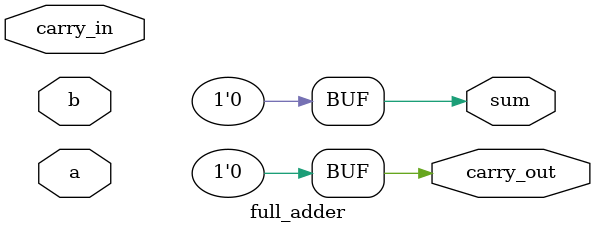
<source format=v>
module full_adder (
    input a,
    input b,
    input carry_in,
    output sum,
    output carry_out
);
    // Insert your RTL here to calculate the sum and carry out bits
    // Remove these assign statements once you write your own RTL
    
    assign sum = 1'b0;
    assign carry_out = 1'b0;
endmodule

</source>
